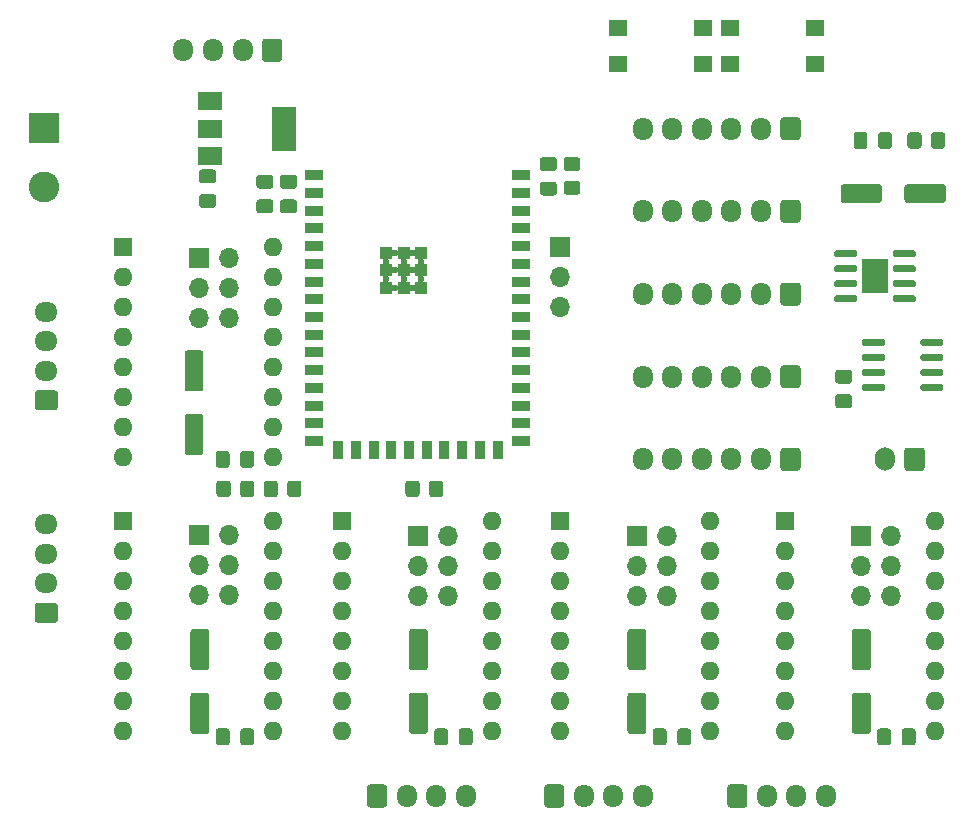
<source format=gts>
G04 #@! TF.GenerationSoftware,KiCad,Pcbnew,(5.1.9)-1*
G04 #@! TF.CreationDate,2021-08-10T13:47:58-05:00*
G04 #@! TF.ProjectId,DevMagneticEncoders,4465764d-6167-46e6-9574-6963456e636f,rev?*
G04 #@! TF.SameCoordinates,Original*
G04 #@! TF.FileFunction,Soldermask,Top*
G04 #@! TF.FilePolarity,Negative*
%FSLAX46Y46*%
G04 Gerber Fmt 4.6, Leading zero omitted, Abs format (unit mm)*
G04 Created by KiCad (PCBNEW (5.1.9)-1) date 2021-08-10 13:47:58*
%MOMM*%
%LPD*%
G01*
G04 APERTURE LIST*
%ADD10O,1.700000X1.950000*%
%ADD11R,2.290000X3.000000*%
%ADD12R,1.600000X1.400000*%
%ADD13O,1.700000X1.700000*%
%ADD14R,1.700000X1.700000*%
%ADD15O,1.700000X2.000000*%
%ADD16O,1.600000X1.600000*%
%ADD17R,1.600000X1.600000*%
%ADD18C,0.600000*%
%ADD19R,1.100000X1.100000*%
%ADD20R,1.500000X0.900000*%
%ADD21R,0.900000X1.500000*%
%ADD22R,2.000000X1.500000*%
%ADD23R,2.000000X3.800000*%
%ADD24O,1.950000X1.700000*%
%ADD25C,2.600000*%
%ADD26R,2.600000X2.600000*%
G04 APERTURE END LIST*
D10*
X78606000Y-55372000D03*
X81106000Y-55372000D03*
X83606000Y-55372000D03*
G36*
G01*
X86956000Y-54647000D02*
X86956000Y-56097000D01*
G75*
G02*
X86706000Y-56347000I-250000J0D01*
G01*
X85506000Y-56347000D01*
G75*
G02*
X85256000Y-56097000I0J250000D01*
G01*
X85256000Y-54647000D01*
G75*
G02*
X85506000Y-54397000I250000J0D01*
G01*
X86706000Y-54397000D01*
G75*
G02*
X86956000Y-54647000I0J-250000D01*
G01*
G37*
X117500000Y-62000000D03*
X120000000Y-62000000D03*
X122500000Y-62000000D03*
X125000000Y-62000000D03*
X127500000Y-62000000D03*
G36*
G01*
X130850000Y-61275000D02*
X130850000Y-62725000D01*
G75*
G02*
X130600000Y-62975000I-250000J0D01*
G01*
X129400000Y-62975000D01*
G75*
G02*
X129150000Y-62725000I0J250000D01*
G01*
X129150000Y-61275000D01*
G75*
G02*
X129400000Y-61025000I250000J0D01*
G01*
X130600000Y-61025000D01*
G75*
G02*
X130850000Y-61275000I0J-250000D01*
G01*
G37*
D11*
X137160000Y-74500000D03*
G36*
G01*
X138660000Y-72745000D02*
X138660000Y-72445000D01*
G75*
G02*
X138810000Y-72295000I150000J0D01*
G01*
X140460000Y-72295000D01*
G75*
G02*
X140610000Y-72445000I0J-150000D01*
G01*
X140610000Y-72745000D01*
G75*
G02*
X140460000Y-72895000I-150000J0D01*
G01*
X138810000Y-72895000D01*
G75*
G02*
X138660000Y-72745000I0J150000D01*
G01*
G37*
G36*
G01*
X138660000Y-74015000D02*
X138660000Y-73715000D01*
G75*
G02*
X138810000Y-73565000I150000J0D01*
G01*
X140460000Y-73565000D01*
G75*
G02*
X140610000Y-73715000I0J-150000D01*
G01*
X140610000Y-74015000D01*
G75*
G02*
X140460000Y-74165000I-150000J0D01*
G01*
X138810000Y-74165000D01*
G75*
G02*
X138660000Y-74015000I0J150000D01*
G01*
G37*
G36*
G01*
X138660000Y-75285000D02*
X138660000Y-74985000D01*
G75*
G02*
X138810000Y-74835000I150000J0D01*
G01*
X140460000Y-74835000D01*
G75*
G02*
X140610000Y-74985000I0J-150000D01*
G01*
X140610000Y-75285000D01*
G75*
G02*
X140460000Y-75435000I-150000J0D01*
G01*
X138810000Y-75435000D01*
G75*
G02*
X138660000Y-75285000I0J150000D01*
G01*
G37*
G36*
G01*
X138660000Y-76555000D02*
X138660000Y-76255000D01*
G75*
G02*
X138810000Y-76105000I150000J0D01*
G01*
X140460000Y-76105000D01*
G75*
G02*
X140610000Y-76255000I0J-150000D01*
G01*
X140610000Y-76555000D01*
G75*
G02*
X140460000Y-76705000I-150000J0D01*
G01*
X138810000Y-76705000D01*
G75*
G02*
X138660000Y-76555000I0J150000D01*
G01*
G37*
G36*
G01*
X133710000Y-76555000D02*
X133710000Y-76255000D01*
G75*
G02*
X133860000Y-76105000I150000J0D01*
G01*
X135510000Y-76105000D01*
G75*
G02*
X135660000Y-76255000I0J-150000D01*
G01*
X135660000Y-76555000D01*
G75*
G02*
X135510000Y-76705000I-150000J0D01*
G01*
X133860000Y-76705000D01*
G75*
G02*
X133710000Y-76555000I0J150000D01*
G01*
G37*
G36*
G01*
X133710000Y-75285000D02*
X133710000Y-74985000D01*
G75*
G02*
X133860000Y-74835000I150000J0D01*
G01*
X135510000Y-74835000D01*
G75*
G02*
X135660000Y-74985000I0J-150000D01*
G01*
X135660000Y-75285000D01*
G75*
G02*
X135510000Y-75435000I-150000J0D01*
G01*
X133860000Y-75435000D01*
G75*
G02*
X133710000Y-75285000I0J150000D01*
G01*
G37*
G36*
G01*
X133710000Y-74015000D02*
X133710000Y-73715000D01*
G75*
G02*
X133860000Y-73565000I150000J0D01*
G01*
X135510000Y-73565000D01*
G75*
G02*
X135660000Y-73715000I0J-150000D01*
G01*
X135660000Y-74015000D01*
G75*
G02*
X135510000Y-74165000I-150000J0D01*
G01*
X133860000Y-74165000D01*
G75*
G02*
X133710000Y-74015000I0J150000D01*
G01*
G37*
G36*
G01*
X133710000Y-72745000D02*
X133710000Y-72445000D01*
G75*
G02*
X133860000Y-72295000I150000J0D01*
G01*
X135510000Y-72295000D01*
G75*
G02*
X135660000Y-72445000I0J-150000D01*
G01*
X135660000Y-72745000D01*
G75*
G02*
X135510000Y-72895000I-150000J0D01*
G01*
X133860000Y-72895000D01*
G75*
G02*
X133710000Y-72745000I0J150000D01*
G01*
G37*
G36*
G01*
X141000000Y-80245000D02*
X141000000Y-79945000D01*
G75*
G02*
X141150000Y-79795000I150000J0D01*
G01*
X142800000Y-79795000D01*
G75*
G02*
X142950000Y-79945000I0J-150000D01*
G01*
X142950000Y-80245000D01*
G75*
G02*
X142800000Y-80395000I-150000J0D01*
G01*
X141150000Y-80395000D01*
G75*
G02*
X141000000Y-80245000I0J150000D01*
G01*
G37*
G36*
G01*
X141000000Y-81515000D02*
X141000000Y-81215000D01*
G75*
G02*
X141150000Y-81065000I150000J0D01*
G01*
X142800000Y-81065000D01*
G75*
G02*
X142950000Y-81215000I0J-150000D01*
G01*
X142950000Y-81515000D01*
G75*
G02*
X142800000Y-81665000I-150000J0D01*
G01*
X141150000Y-81665000D01*
G75*
G02*
X141000000Y-81515000I0J150000D01*
G01*
G37*
G36*
G01*
X141000000Y-82785000D02*
X141000000Y-82485000D01*
G75*
G02*
X141150000Y-82335000I150000J0D01*
G01*
X142800000Y-82335000D01*
G75*
G02*
X142950000Y-82485000I0J-150000D01*
G01*
X142950000Y-82785000D01*
G75*
G02*
X142800000Y-82935000I-150000J0D01*
G01*
X141150000Y-82935000D01*
G75*
G02*
X141000000Y-82785000I0J150000D01*
G01*
G37*
G36*
G01*
X141000000Y-84055000D02*
X141000000Y-83755000D01*
G75*
G02*
X141150000Y-83605000I150000J0D01*
G01*
X142800000Y-83605000D01*
G75*
G02*
X142950000Y-83755000I0J-150000D01*
G01*
X142950000Y-84055000D01*
G75*
G02*
X142800000Y-84205000I-150000J0D01*
G01*
X141150000Y-84205000D01*
G75*
G02*
X141000000Y-84055000I0J150000D01*
G01*
G37*
G36*
G01*
X136050000Y-84055000D02*
X136050000Y-83755000D01*
G75*
G02*
X136200000Y-83605000I150000J0D01*
G01*
X137850000Y-83605000D01*
G75*
G02*
X138000000Y-83755000I0J-150000D01*
G01*
X138000000Y-84055000D01*
G75*
G02*
X137850000Y-84205000I-150000J0D01*
G01*
X136200000Y-84205000D01*
G75*
G02*
X136050000Y-84055000I0J150000D01*
G01*
G37*
G36*
G01*
X136050000Y-82785000D02*
X136050000Y-82485000D01*
G75*
G02*
X136200000Y-82335000I150000J0D01*
G01*
X137850000Y-82335000D01*
G75*
G02*
X138000000Y-82485000I0J-150000D01*
G01*
X138000000Y-82785000D01*
G75*
G02*
X137850000Y-82935000I-150000J0D01*
G01*
X136200000Y-82935000D01*
G75*
G02*
X136050000Y-82785000I0J150000D01*
G01*
G37*
G36*
G01*
X136050000Y-81515000D02*
X136050000Y-81215000D01*
G75*
G02*
X136200000Y-81065000I150000J0D01*
G01*
X137850000Y-81065000D01*
G75*
G02*
X138000000Y-81215000I0J-150000D01*
G01*
X138000000Y-81515000D01*
G75*
G02*
X137850000Y-81665000I-150000J0D01*
G01*
X136200000Y-81665000D01*
G75*
G02*
X136050000Y-81515000I0J150000D01*
G01*
G37*
G36*
G01*
X136050000Y-80245000D02*
X136050000Y-79945000D01*
G75*
G02*
X136200000Y-79795000I150000J0D01*
G01*
X137850000Y-79795000D01*
G75*
G02*
X138000000Y-79945000I0J-150000D01*
G01*
X138000000Y-80245000D01*
G75*
G02*
X137850000Y-80395000I-150000J0D01*
G01*
X136200000Y-80395000D01*
G75*
G02*
X136050000Y-80245000I0J150000D01*
G01*
G37*
D12*
X124900000Y-56500000D03*
X132100000Y-56500000D03*
X132100000Y-53500000D03*
X124900000Y-53500000D03*
X115400000Y-56500000D03*
X122600000Y-56500000D03*
X122600000Y-53500000D03*
X115400000Y-53500000D03*
G36*
G01*
X141900000Y-63450001D02*
X141900000Y-62549999D01*
G75*
G02*
X142149999Y-62300000I249999J0D01*
G01*
X142850001Y-62300000D01*
G75*
G02*
X143100000Y-62549999I0J-249999D01*
G01*
X143100000Y-63450001D01*
G75*
G02*
X142850001Y-63700000I-249999J0D01*
G01*
X142149999Y-63700000D01*
G75*
G02*
X141900000Y-63450001I0J249999D01*
G01*
G37*
G36*
G01*
X139900000Y-63450001D02*
X139900000Y-62549999D01*
G75*
G02*
X140149999Y-62300000I249999J0D01*
G01*
X140850001Y-62300000D01*
G75*
G02*
X141100000Y-62549999I0J-249999D01*
G01*
X141100000Y-63450001D01*
G75*
G02*
X140850001Y-63700000I-249999J0D01*
G01*
X140149999Y-63700000D01*
G75*
G02*
X139900000Y-63450001I0J249999D01*
G01*
G37*
D10*
X133000000Y-118500000D03*
X130500000Y-118500000D03*
X128000000Y-118500000D03*
G36*
G01*
X124650000Y-119225000D02*
X124650000Y-117775000D01*
G75*
G02*
X124900000Y-117525000I250000J0D01*
G01*
X126100000Y-117525000D01*
G75*
G02*
X126350000Y-117775000I0J-250000D01*
G01*
X126350000Y-119225000D01*
G75*
G02*
X126100000Y-119475000I-250000J0D01*
G01*
X124900000Y-119475000D01*
G75*
G02*
X124650000Y-119225000I0J250000D01*
G01*
G37*
X117500000Y-118500000D03*
X115000000Y-118500000D03*
X112500000Y-118500000D03*
G36*
G01*
X109150000Y-119225000D02*
X109150000Y-117775000D01*
G75*
G02*
X109400000Y-117525000I250000J0D01*
G01*
X110600000Y-117525000D01*
G75*
G02*
X110850000Y-117775000I0J-250000D01*
G01*
X110850000Y-119225000D01*
G75*
G02*
X110600000Y-119475000I-250000J0D01*
G01*
X109400000Y-119475000D01*
G75*
G02*
X109150000Y-119225000I0J250000D01*
G01*
G37*
X102500000Y-118500000D03*
X100000000Y-118500000D03*
X97500000Y-118500000D03*
G36*
G01*
X94150000Y-119225000D02*
X94150000Y-117775000D01*
G75*
G02*
X94400000Y-117525000I250000J0D01*
G01*
X95600000Y-117525000D01*
G75*
G02*
X95850000Y-117775000I0J-250000D01*
G01*
X95850000Y-119225000D01*
G75*
G02*
X95600000Y-119475000I-250000J0D01*
G01*
X94400000Y-119475000D01*
G75*
G02*
X94150000Y-119225000I0J250000D01*
G01*
G37*
D13*
X138540000Y-101580000D03*
X136000000Y-101580000D03*
X138540000Y-99040000D03*
X136000000Y-99040000D03*
X138540000Y-96500000D03*
D14*
X136000000Y-96500000D03*
D13*
X119540000Y-101580000D03*
X117000000Y-101580000D03*
X119540000Y-99040000D03*
X117000000Y-99040000D03*
X119540000Y-96500000D03*
D14*
X117000000Y-96500000D03*
D13*
X101040000Y-101580000D03*
X98500000Y-101580000D03*
X101040000Y-99040000D03*
X98500000Y-99040000D03*
X101040000Y-96500000D03*
D14*
X98500000Y-96500000D03*
D10*
X117500000Y-90000000D03*
X120000000Y-90000000D03*
X122500000Y-90000000D03*
X125000000Y-90000000D03*
X127500000Y-90000000D03*
G36*
G01*
X130850000Y-89275000D02*
X130850000Y-90725000D01*
G75*
G02*
X130600000Y-90975000I-250000J0D01*
G01*
X129400000Y-90975000D01*
G75*
G02*
X129150000Y-90725000I0J250000D01*
G01*
X129150000Y-89275000D01*
G75*
G02*
X129400000Y-89025000I250000J0D01*
G01*
X130600000Y-89025000D01*
G75*
G02*
X130850000Y-89275000I0J-250000D01*
G01*
G37*
X117500000Y-83000000D03*
X120000000Y-83000000D03*
X122500000Y-83000000D03*
X125000000Y-83000000D03*
X127500000Y-83000000D03*
G36*
G01*
X130850000Y-82275000D02*
X130850000Y-83725000D01*
G75*
G02*
X130600000Y-83975000I-250000J0D01*
G01*
X129400000Y-83975000D01*
G75*
G02*
X129150000Y-83725000I0J250000D01*
G01*
X129150000Y-82275000D01*
G75*
G02*
X129400000Y-82025000I250000J0D01*
G01*
X130600000Y-82025000D01*
G75*
G02*
X130850000Y-82275000I0J-250000D01*
G01*
G37*
X117500000Y-76000000D03*
X120000000Y-76000000D03*
X122500000Y-76000000D03*
X125000000Y-76000000D03*
X127500000Y-76000000D03*
G36*
G01*
X130850000Y-75275000D02*
X130850000Y-76725000D01*
G75*
G02*
X130600000Y-76975000I-250000J0D01*
G01*
X129400000Y-76975000D01*
G75*
G02*
X129150000Y-76725000I0J250000D01*
G01*
X129150000Y-75275000D01*
G75*
G02*
X129400000Y-75025000I250000J0D01*
G01*
X130600000Y-75025000D01*
G75*
G02*
X130850000Y-75275000I0J-250000D01*
G01*
G37*
D15*
X138000000Y-90000000D03*
G36*
G01*
X141350000Y-89250000D02*
X141350000Y-90750000D01*
G75*
G02*
X141100000Y-91000000I-250000J0D01*
G01*
X139900000Y-91000000D01*
G75*
G02*
X139650000Y-90750000I0J250000D01*
G01*
X139650000Y-89250000D01*
G75*
G02*
X139900000Y-89000000I250000J0D01*
G01*
X141100000Y-89000000D01*
G75*
G02*
X141350000Y-89250000I0J-250000D01*
G01*
G37*
D13*
X110500000Y-77080000D03*
X110500000Y-74540000D03*
D14*
X110500000Y-72000000D03*
G36*
G01*
X139412500Y-113975000D02*
X139412500Y-113025000D01*
G75*
G02*
X139662500Y-112775000I250000J0D01*
G01*
X140337500Y-112775000D01*
G75*
G02*
X140587500Y-113025000I0J-250000D01*
G01*
X140587500Y-113975000D01*
G75*
G02*
X140337500Y-114225000I-250000J0D01*
G01*
X139662500Y-114225000D01*
G75*
G02*
X139412500Y-113975000I0J250000D01*
G01*
G37*
G36*
G01*
X137337500Y-113975000D02*
X137337500Y-113025000D01*
G75*
G02*
X137587500Y-112775000I250000J0D01*
G01*
X138262500Y-112775000D01*
G75*
G02*
X138512500Y-113025000I0J-250000D01*
G01*
X138512500Y-113975000D01*
G75*
G02*
X138262500Y-114225000I-250000J0D01*
G01*
X137587500Y-114225000D01*
G75*
G02*
X137337500Y-113975000I0J250000D01*
G01*
G37*
G36*
G01*
X120412500Y-113975000D02*
X120412500Y-113025000D01*
G75*
G02*
X120662500Y-112775000I250000J0D01*
G01*
X121337500Y-112775000D01*
G75*
G02*
X121587500Y-113025000I0J-250000D01*
G01*
X121587500Y-113975000D01*
G75*
G02*
X121337500Y-114225000I-250000J0D01*
G01*
X120662500Y-114225000D01*
G75*
G02*
X120412500Y-113975000I0J250000D01*
G01*
G37*
G36*
G01*
X118337500Y-113975000D02*
X118337500Y-113025000D01*
G75*
G02*
X118587500Y-112775000I250000J0D01*
G01*
X119262500Y-112775000D01*
G75*
G02*
X119512500Y-113025000I0J-250000D01*
G01*
X119512500Y-113975000D01*
G75*
G02*
X119262500Y-114225000I-250000J0D01*
G01*
X118587500Y-114225000D01*
G75*
G02*
X118337500Y-113975000I0J250000D01*
G01*
G37*
G36*
G01*
X101912500Y-113975000D02*
X101912500Y-113025000D01*
G75*
G02*
X102162500Y-112775000I250000J0D01*
G01*
X102837500Y-112775000D01*
G75*
G02*
X103087500Y-113025000I0J-250000D01*
G01*
X103087500Y-113975000D01*
G75*
G02*
X102837500Y-114225000I-250000J0D01*
G01*
X102162500Y-114225000D01*
G75*
G02*
X101912500Y-113975000I0J250000D01*
G01*
G37*
G36*
G01*
X99837500Y-113975000D02*
X99837500Y-113025000D01*
G75*
G02*
X100087500Y-112775000I250000J0D01*
G01*
X100762500Y-112775000D01*
G75*
G02*
X101012500Y-113025000I0J-250000D01*
G01*
X101012500Y-113975000D01*
G75*
G02*
X100762500Y-114225000I-250000J0D01*
G01*
X100087500Y-114225000D01*
G75*
G02*
X99837500Y-113975000I0J250000D01*
G01*
G37*
G36*
G01*
X136550000Y-107850000D02*
X135450000Y-107850000D01*
G75*
G02*
X135200000Y-107600000I0J250000D01*
G01*
X135200000Y-104600000D01*
G75*
G02*
X135450000Y-104350000I250000J0D01*
G01*
X136550000Y-104350000D01*
G75*
G02*
X136800000Y-104600000I0J-250000D01*
G01*
X136800000Y-107600000D01*
G75*
G02*
X136550000Y-107850000I-250000J0D01*
G01*
G37*
G36*
G01*
X136550000Y-113250000D02*
X135450000Y-113250000D01*
G75*
G02*
X135200000Y-113000000I0J250000D01*
G01*
X135200000Y-110000000D01*
G75*
G02*
X135450000Y-109750000I250000J0D01*
G01*
X136550000Y-109750000D01*
G75*
G02*
X136800000Y-110000000I0J-250000D01*
G01*
X136800000Y-113000000D01*
G75*
G02*
X136550000Y-113250000I-250000J0D01*
G01*
G37*
G36*
G01*
X117550000Y-107850000D02*
X116450000Y-107850000D01*
G75*
G02*
X116200000Y-107600000I0J250000D01*
G01*
X116200000Y-104600000D01*
G75*
G02*
X116450000Y-104350000I250000J0D01*
G01*
X117550000Y-104350000D01*
G75*
G02*
X117800000Y-104600000I0J-250000D01*
G01*
X117800000Y-107600000D01*
G75*
G02*
X117550000Y-107850000I-250000J0D01*
G01*
G37*
G36*
G01*
X117550000Y-113250000D02*
X116450000Y-113250000D01*
G75*
G02*
X116200000Y-113000000I0J250000D01*
G01*
X116200000Y-110000000D01*
G75*
G02*
X116450000Y-109750000I250000J0D01*
G01*
X117550000Y-109750000D01*
G75*
G02*
X117800000Y-110000000I0J-250000D01*
G01*
X117800000Y-113000000D01*
G75*
G02*
X117550000Y-113250000I-250000J0D01*
G01*
G37*
G36*
G01*
X99050000Y-107850000D02*
X97950000Y-107850000D01*
G75*
G02*
X97700000Y-107600000I0J250000D01*
G01*
X97700000Y-104600000D01*
G75*
G02*
X97950000Y-104350000I250000J0D01*
G01*
X99050000Y-104350000D01*
G75*
G02*
X99300000Y-104600000I0J-250000D01*
G01*
X99300000Y-107600000D01*
G75*
G02*
X99050000Y-107850000I-250000J0D01*
G01*
G37*
G36*
G01*
X99050000Y-113250000D02*
X97950000Y-113250000D01*
G75*
G02*
X97700000Y-113000000I0J250000D01*
G01*
X97700000Y-110000000D01*
G75*
G02*
X97950000Y-109750000I250000J0D01*
G01*
X99050000Y-109750000D01*
G75*
G02*
X99300000Y-110000000I0J-250000D01*
G01*
X99300000Y-113000000D01*
G75*
G02*
X99050000Y-113250000I-250000J0D01*
G01*
G37*
G36*
G01*
X139650000Y-68050000D02*
X139650000Y-66950000D01*
G75*
G02*
X139900000Y-66700000I250000J0D01*
G01*
X142900000Y-66700000D01*
G75*
G02*
X143150000Y-66950000I0J-250000D01*
G01*
X143150000Y-68050000D01*
G75*
G02*
X142900000Y-68300000I-250000J0D01*
G01*
X139900000Y-68300000D01*
G75*
G02*
X139650000Y-68050000I0J250000D01*
G01*
G37*
G36*
G01*
X134250000Y-68050000D02*
X134250000Y-66950000D01*
G75*
G02*
X134500000Y-66700000I250000J0D01*
G01*
X137500000Y-66700000D01*
G75*
G02*
X137750000Y-66950000I0J-250000D01*
G01*
X137750000Y-68050000D01*
G75*
G02*
X137500000Y-68300000I-250000J0D01*
G01*
X134500000Y-68300000D01*
G75*
G02*
X134250000Y-68050000I0J250000D01*
G01*
G37*
G36*
G01*
X137412500Y-63475000D02*
X137412500Y-62525000D01*
G75*
G02*
X137662500Y-62275000I250000J0D01*
G01*
X138337500Y-62275000D01*
G75*
G02*
X138587500Y-62525000I0J-250000D01*
G01*
X138587500Y-63475000D01*
G75*
G02*
X138337500Y-63725000I-250000J0D01*
G01*
X137662500Y-63725000D01*
G75*
G02*
X137412500Y-63475000I0J250000D01*
G01*
G37*
G36*
G01*
X135337500Y-63475000D02*
X135337500Y-62525000D01*
G75*
G02*
X135587500Y-62275000I250000J0D01*
G01*
X136262500Y-62275000D01*
G75*
G02*
X136512500Y-62525000I0J-250000D01*
G01*
X136512500Y-63475000D01*
G75*
G02*
X136262500Y-63725000I-250000J0D01*
G01*
X135587500Y-63725000D01*
G75*
G02*
X135337500Y-63475000I0J250000D01*
G01*
G37*
G36*
G01*
X134025000Y-84487500D02*
X134975000Y-84487500D01*
G75*
G02*
X135225000Y-84737500I0J-250000D01*
G01*
X135225000Y-85412500D01*
G75*
G02*
X134975000Y-85662500I-250000J0D01*
G01*
X134025000Y-85662500D01*
G75*
G02*
X133775000Y-85412500I0J250000D01*
G01*
X133775000Y-84737500D01*
G75*
G02*
X134025000Y-84487500I250000J0D01*
G01*
G37*
G36*
G01*
X134025000Y-82412500D02*
X134975000Y-82412500D01*
G75*
G02*
X135225000Y-82662500I0J-250000D01*
G01*
X135225000Y-83337500D01*
G75*
G02*
X134975000Y-83587500I-250000J0D01*
G01*
X134025000Y-83587500D01*
G75*
G02*
X133775000Y-83337500I0J250000D01*
G01*
X133775000Y-82662500D01*
G75*
G02*
X134025000Y-82412500I250000J0D01*
G01*
G37*
G36*
G01*
X83412500Y-90475000D02*
X83412500Y-89525000D01*
G75*
G02*
X83662500Y-89275000I250000J0D01*
G01*
X84337500Y-89275000D01*
G75*
G02*
X84587500Y-89525000I0J-250000D01*
G01*
X84587500Y-90475000D01*
G75*
G02*
X84337500Y-90725000I-250000J0D01*
G01*
X83662500Y-90725000D01*
G75*
G02*
X83412500Y-90475000I0J250000D01*
G01*
G37*
G36*
G01*
X81337500Y-90475000D02*
X81337500Y-89525000D01*
G75*
G02*
X81587500Y-89275000I250000J0D01*
G01*
X82262500Y-89275000D01*
G75*
G02*
X82512500Y-89525000I0J-250000D01*
G01*
X82512500Y-90475000D01*
G75*
G02*
X82262500Y-90725000I-250000J0D01*
G01*
X81587500Y-90725000D01*
G75*
G02*
X81337500Y-90475000I0J250000D01*
G01*
G37*
G36*
G01*
X83412500Y-113975000D02*
X83412500Y-113025000D01*
G75*
G02*
X83662500Y-112775000I250000J0D01*
G01*
X84337500Y-112775000D01*
G75*
G02*
X84587500Y-113025000I0J-250000D01*
G01*
X84587500Y-113975000D01*
G75*
G02*
X84337500Y-114225000I-250000J0D01*
G01*
X83662500Y-114225000D01*
G75*
G02*
X83412500Y-113975000I0J250000D01*
G01*
G37*
G36*
G01*
X81337500Y-113975000D02*
X81337500Y-113025000D01*
G75*
G02*
X81587500Y-112775000I250000J0D01*
G01*
X82262500Y-112775000D01*
G75*
G02*
X82512500Y-113025000I0J-250000D01*
G01*
X82512500Y-113975000D01*
G75*
G02*
X82262500Y-114225000I-250000J0D01*
G01*
X81587500Y-114225000D01*
G75*
G02*
X81337500Y-113975000I0J250000D01*
G01*
G37*
D16*
X142200000Y-95220000D03*
X129500000Y-113000000D03*
X142200000Y-97760000D03*
X129500000Y-110460000D03*
X142200000Y-100300000D03*
X129500000Y-107920000D03*
X142200000Y-102840000D03*
X129500000Y-105380000D03*
X142200000Y-105380000D03*
X129500000Y-102840000D03*
X142200000Y-107920000D03*
X129500000Y-100300000D03*
X142200000Y-110460000D03*
X129500000Y-97760000D03*
X142200000Y-113000000D03*
D17*
X129500000Y-95220000D03*
D16*
X123200000Y-95220000D03*
X110500000Y-113000000D03*
X123200000Y-97760000D03*
X110500000Y-110460000D03*
X123200000Y-100300000D03*
X110500000Y-107920000D03*
X123200000Y-102840000D03*
X110500000Y-105380000D03*
X123200000Y-105380000D03*
X110500000Y-102840000D03*
X123200000Y-107920000D03*
X110500000Y-100300000D03*
X123200000Y-110460000D03*
X110500000Y-97760000D03*
X123200000Y-113000000D03*
D17*
X110500000Y-95220000D03*
D16*
X104700000Y-95220000D03*
X92000000Y-113000000D03*
X104700000Y-97760000D03*
X92000000Y-110460000D03*
X104700000Y-100300000D03*
X92000000Y-107920000D03*
X104700000Y-102840000D03*
X92000000Y-105380000D03*
X104700000Y-105380000D03*
X92000000Y-102840000D03*
X104700000Y-107920000D03*
X92000000Y-100300000D03*
X104700000Y-110460000D03*
X92000000Y-97760000D03*
X104700000Y-113000000D03*
D17*
X92000000Y-95220000D03*
D10*
X117500000Y-69000000D03*
X120000000Y-69000000D03*
X122500000Y-69000000D03*
X125000000Y-69000000D03*
X127500000Y-69000000D03*
G36*
G01*
X130850000Y-68275000D02*
X130850000Y-69725000D01*
G75*
G02*
X130600000Y-69975000I-250000J0D01*
G01*
X129400000Y-69975000D01*
G75*
G02*
X129150000Y-69725000I0J250000D01*
G01*
X129150000Y-68275000D01*
G75*
G02*
X129400000Y-68025000I250000J0D01*
G01*
X130600000Y-68025000D01*
G75*
G02*
X130850000Y-68275000I0J-250000D01*
G01*
G37*
D18*
X98000000Y-75500000D03*
X98750000Y-74750000D03*
X98750000Y-73250000D03*
X95750000Y-73250000D03*
X95750000Y-74750000D03*
X96500000Y-75500000D03*
X97300000Y-74750000D03*
X96500000Y-74000000D03*
X97300000Y-73250000D03*
X98000000Y-74000000D03*
X98000000Y-72500000D03*
X96500000Y-72500000D03*
D19*
X98760000Y-75500000D03*
X97260000Y-75500000D03*
X95760000Y-75500000D03*
X95760000Y-74000000D03*
X95760000Y-72500000D03*
X97260000Y-72500000D03*
X98760000Y-72500000D03*
X98760000Y-74000000D03*
X97260000Y-74000000D03*
D20*
X107200000Y-65950000D03*
X107200000Y-67450000D03*
X107200000Y-68950000D03*
X107200000Y-70450000D03*
X107200000Y-71950000D03*
X107200000Y-73450000D03*
X107200000Y-74950000D03*
X107200000Y-76450000D03*
X107200000Y-77950000D03*
X107200000Y-79450000D03*
X107200000Y-80950000D03*
X107200000Y-82450000D03*
X107200000Y-83950000D03*
X107200000Y-85450000D03*
X107200000Y-86950000D03*
X107200000Y-88450000D03*
D21*
X105200000Y-89200000D03*
X103700000Y-89200000D03*
X102200000Y-89200000D03*
X100700000Y-89200000D03*
X99200000Y-89200000D03*
X97700000Y-89200000D03*
X96200000Y-89200000D03*
X94700000Y-89200000D03*
X93200000Y-89200000D03*
X91700000Y-89200000D03*
D20*
X89700000Y-65950000D03*
X89700000Y-67450000D03*
X89700000Y-68950000D03*
X89700000Y-70450000D03*
X89700000Y-71950000D03*
X89700000Y-73450000D03*
X89700000Y-74950000D03*
X89700000Y-76450000D03*
X89700000Y-77950000D03*
X89700000Y-79450000D03*
X89700000Y-80950000D03*
X89700000Y-82450000D03*
X89700000Y-83950000D03*
X89700000Y-85450000D03*
X89700000Y-86950000D03*
X89700000Y-88450000D03*
D22*
X80850000Y-59700000D03*
X80850000Y-64300000D03*
X80850000Y-62000000D03*
D23*
X87150000Y-62000000D03*
G36*
G01*
X98600000Y-92049999D02*
X98600000Y-92950001D01*
G75*
G02*
X98350001Y-93200000I-249999J0D01*
G01*
X97649999Y-93200000D01*
G75*
G02*
X97400000Y-92950001I0J249999D01*
G01*
X97400000Y-92049999D01*
G75*
G02*
X97649999Y-91800000I249999J0D01*
G01*
X98350001Y-91800000D01*
G75*
G02*
X98600000Y-92049999I0J-249999D01*
G01*
G37*
G36*
G01*
X100600000Y-92049999D02*
X100600000Y-92950001D01*
G75*
G02*
X100350001Y-93200000I-249999J0D01*
G01*
X99649999Y-93200000D01*
G75*
G02*
X99400000Y-92950001I0J249999D01*
G01*
X99400000Y-92049999D01*
G75*
G02*
X99649999Y-91800000I249999J0D01*
G01*
X100350001Y-91800000D01*
G75*
G02*
X100600000Y-92049999I0J-249999D01*
G01*
G37*
G36*
G01*
X111049999Y-66400000D02*
X111950001Y-66400000D01*
G75*
G02*
X112200000Y-66649999I0J-249999D01*
G01*
X112200000Y-67350001D01*
G75*
G02*
X111950001Y-67600000I-249999J0D01*
G01*
X111049999Y-67600000D01*
G75*
G02*
X110800000Y-67350001I0J249999D01*
G01*
X110800000Y-66649999D01*
G75*
G02*
X111049999Y-66400000I249999J0D01*
G01*
G37*
G36*
G01*
X111049999Y-64400000D02*
X111950001Y-64400000D01*
G75*
G02*
X112200000Y-64649999I0J-249999D01*
G01*
X112200000Y-65350001D01*
G75*
G02*
X111950001Y-65600000I-249999J0D01*
G01*
X111049999Y-65600000D01*
G75*
G02*
X110800000Y-65350001I0J249999D01*
G01*
X110800000Y-64649999D01*
G75*
G02*
X111049999Y-64400000I249999J0D01*
G01*
G37*
G36*
G01*
X87400000Y-92950001D02*
X87400000Y-92049999D01*
G75*
G02*
X87649999Y-91800000I249999J0D01*
G01*
X88350001Y-91800000D01*
G75*
G02*
X88600000Y-92049999I0J-249999D01*
G01*
X88600000Y-92950001D01*
G75*
G02*
X88350001Y-93200000I-249999J0D01*
G01*
X87649999Y-93200000D01*
G75*
G02*
X87400000Y-92950001I0J249999D01*
G01*
G37*
G36*
G01*
X85400000Y-92950001D02*
X85400000Y-92049999D01*
G75*
G02*
X85649999Y-91800000I249999J0D01*
G01*
X86350001Y-91800000D01*
G75*
G02*
X86600000Y-92049999I0J-249999D01*
G01*
X86600000Y-92950001D01*
G75*
G02*
X86350001Y-93200000I-249999J0D01*
G01*
X85649999Y-93200000D01*
G75*
G02*
X85400000Y-92950001I0J249999D01*
G01*
G37*
G36*
G01*
X83400000Y-92950001D02*
X83400000Y-92049999D01*
G75*
G02*
X83649999Y-91800000I249999J0D01*
G01*
X84350001Y-91800000D01*
G75*
G02*
X84600000Y-92049999I0J-249999D01*
G01*
X84600000Y-92950001D01*
G75*
G02*
X84350001Y-93200000I-249999J0D01*
G01*
X83649999Y-93200000D01*
G75*
G02*
X83400000Y-92950001I0J249999D01*
G01*
G37*
G36*
G01*
X81400000Y-92950001D02*
X81400000Y-92049999D01*
G75*
G02*
X81649999Y-91800000I249999J0D01*
G01*
X82350001Y-91800000D01*
G75*
G02*
X82600000Y-92049999I0J-249999D01*
G01*
X82600000Y-92950001D01*
G75*
G02*
X82350001Y-93200000I-249999J0D01*
G01*
X81649999Y-93200000D01*
G75*
G02*
X81400000Y-92950001I0J249999D01*
G01*
G37*
D24*
X67000000Y-77500000D03*
X67000000Y-80000000D03*
X67000000Y-82500000D03*
G36*
G01*
X67725000Y-85850000D02*
X66275000Y-85850000D01*
G75*
G02*
X66025000Y-85600000I0J250000D01*
G01*
X66025000Y-84400000D01*
G75*
G02*
X66275000Y-84150000I250000J0D01*
G01*
X67725000Y-84150000D01*
G75*
G02*
X67975000Y-84400000I0J-250000D01*
G01*
X67975000Y-85600000D01*
G75*
G02*
X67725000Y-85850000I-250000J0D01*
G01*
G37*
X67000000Y-95500000D03*
X67000000Y-98000000D03*
X67000000Y-100500000D03*
G36*
G01*
X67725000Y-103850000D02*
X66275000Y-103850000D01*
G75*
G02*
X66025000Y-103600000I0J250000D01*
G01*
X66025000Y-102400000D01*
G75*
G02*
X66275000Y-102150000I250000J0D01*
G01*
X67725000Y-102150000D01*
G75*
G02*
X67975000Y-102400000I0J-250000D01*
G01*
X67975000Y-103600000D01*
G75*
G02*
X67725000Y-103850000I-250000J0D01*
G01*
G37*
D13*
X82500000Y-78000000D03*
X79960000Y-78000000D03*
X82500000Y-75460000D03*
X79960000Y-75460000D03*
X82500000Y-72920000D03*
D14*
X79960000Y-72920000D03*
D13*
X82500000Y-101500000D03*
X79960000Y-101500000D03*
X82500000Y-98960000D03*
X79960000Y-98960000D03*
X82500000Y-96420000D03*
D14*
X79960000Y-96420000D03*
D25*
X66802000Y-66976000D03*
D26*
X66802000Y-61976000D03*
G36*
G01*
X109975000Y-65587500D02*
X109025000Y-65587500D01*
G75*
G02*
X108775000Y-65337500I0J250000D01*
G01*
X108775000Y-64662500D01*
G75*
G02*
X109025000Y-64412500I250000J0D01*
G01*
X109975000Y-64412500D01*
G75*
G02*
X110225000Y-64662500I0J-250000D01*
G01*
X110225000Y-65337500D01*
G75*
G02*
X109975000Y-65587500I-250000J0D01*
G01*
G37*
G36*
G01*
X109975000Y-67662500D02*
X109025000Y-67662500D01*
G75*
G02*
X108775000Y-67412500I0J250000D01*
G01*
X108775000Y-66737500D01*
G75*
G02*
X109025000Y-66487500I250000J0D01*
G01*
X109975000Y-66487500D01*
G75*
G02*
X110225000Y-66737500I0J-250000D01*
G01*
X110225000Y-67412500D01*
G75*
G02*
X109975000Y-67662500I-250000J0D01*
G01*
G37*
G36*
G01*
X85975000Y-67087500D02*
X85025000Y-67087500D01*
G75*
G02*
X84775000Y-66837500I0J250000D01*
G01*
X84775000Y-66162500D01*
G75*
G02*
X85025000Y-65912500I250000J0D01*
G01*
X85975000Y-65912500D01*
G75*
G02*
X86225000Y-66162500I0J-250000D01*
G01*
X86225000Y-66837500D01*
G75*
G02*
X85975000Y-67087500I-250000J0D01*
G01*
G37*
G36*
G01*
X85975000Y-69162500D02*
X85025000Y-69162500D01*
G75*
G02*
X84775000Y-68912500I0J250000D01*
G01*
X84775000Y-68237500D01*
G75*
G02*
X85025000Y-67987500I250000J0D01*
G01*
X85975000Y-67987500D01*
G75*
G02*
X86225000Y-68237500I0J-250000D01*
G01*
X86225000Y-68912500D01*
G75*
G02*
X85975000Y-69162500I-250000J0D01*
G01*
G37*
G36*
G01*
X80050000Y-84250000D02*
X78950000Y-84250000D01*
G75*
G02*
X78700000Y-84000000I0J250000D01*
G01*
X78700000Y-81000000D01*
G75*
G02*
X78950000Y-80750000I250000J0D01*
G01*
X80050000Y-80750000D01*
G75*
G02*
X80300000Y-81000000I0J-250000D01*
G01*
X80300000Y-84000000D01*
G75*
G02*
X80050000Y-84250000I-250000J0D01*
G01*
G37*
G36*
G01*
X80050000Y-89650000D02*
X78950000Y-89650000D01*
G75*
G02*
X78700000Y-89400000I0J250000D01*
G01*
X78700000Y-86400000D01*
G75*
G02*
X78950000Y-86150000I250000J0D01*
G01*
X80050000Y-86150000D01*
G75*
G02*
X80300000Y-86400000I0J-250000D01*
G01*
X80300000Y-89400000D01*
G75*
G02*
X80050000Y-89650000I-250000J0D01*
G01*
G37*
G36*
G01*
X80550000Y-107850000D02*
X79450000Y-107850000D01*
G75*
G02*
X79200000Y-107600000I0J250000D01*
G01*
X79200000Y-104600000D01*
G75*
G02*
X79450000Y-104350000I250000J0D01*
G01*
X80550000Y-104350000D01*
G75*
G02*
X80800000Y-104600000I0J-250000D01*
G01*
X80800000Y-107600000D01*
G75*
G02*
X80550000Y-107850000I-250000J0D01*
G01*
G37*
G36*
G01*
X80550000Y-113250000D02*
X79450000Y-113250000D01*
G75*
G02*
X79200000Y-113000000I0J250000D01*
G01*
X79200000Y-110000000D01*
G75*
G02*
X79450000Y-109750000I250000J0D01*
G01*
X80550000Y-109750000D01*
G75*
G02*
X80800000Y-110000000I0J-250000D01*
G01*
X80800000Y-113000000D01*
G75*
G02*
X80550000Y-113250000I-250000J0D01*
G01*
G37*
G36*
G01*
X87975000Y-67087500D02*
X87025000Y-67087500D01*
G75*
G02*
X86775000Y-66837500I0J250000D01*
G01*
X86775000Y-66162500D01*
G75*
G02*
X87025000Y-65912500I250000J0D01*
G01*
X87975000Y-65912500D01*
G75*
G02*
X88225000Y-66162500I0J-250000D01*
G01*
X88225000Y-66837500D01*
G75*
G02*
X87975000Y-67087500I-250000J0D01*
G01*
G37*
G36*
G01*
X87975000Y-69162500D02*
X87025000Y-69162500D01*
G75*
G02*
X86775000Y-68912500I0J250000D01*
G01*
X86775000Y-68237500D01*
G75*
G02*
X87025000Y-67987500I250000J0D01*
G01*
X87975000Y-67987500D01*
G75*
G02*
X88225000Y-68237500I0J-250000D01*
G01*
X88225000Y-68912500D01*
G75*
G02*
X87975000Y-69162500I-250000J0D01*
G01*
G37*
G36*
G01*
X80170000Y-67527500D02*
X81120000Y-67527500D01*
G75*
G02*
X81370000Y-67777500I0J-250000D01*
G01*
X81370000Y-68452500D01*
G75*
G02*
X81120000Y-68702500I-250000J0D01*
G01*
X80170000Y-68702500D01*
G75*
G02*
X79920000Y-68452500I0J250000D01*
G01*
X79920000Y-67777500D01*
G75*
G02*
X80170000Y-67527500I250000J0D01*
G01*
G37*
G36*
G01*
X80170000Y-65452500D02*
X81120000Y-65452500D01*
G75*
G02*
X81370000Y-65702500I0J-250000D01*
G01*
X81370000Y-66377500D01*
G75*
G02*
X81120000Y-66627500I-250000J0D01*
G01*
X80170000Y-66627500D01*
G75*
G02*
X79920000Y-66377500I0J250000D01*
G01*
X79920000Y-65702500D01*
G75*
G02*
X80170000Y-65452500I250000J0D01*
G01*
G37*
D16*
X86200000Y-72000000D03*
X73500000Y-89780000D03*
X86200000Y-74540000D03*
X73500000Y-87240000D03*
X86200000Y-77080000D03*
X73500000Y-84700000D03*
X86200000Y-79620000D03*
X73500000Y-82160000D03*
X86200000Y-82160000D03*
X73500000Y-79620000D03*
X86200000Y-84700000D03*
X73500000Y-77080000D03*
X86200000Y-87240000D03*
X73500000Y-74540000D03*
X86200000Y-89780000D03*
D17*
X73500000Y-72000000D03*
D16*
X86200000Y-95220000D03*
X73500000Y-113000000D03*
X86200000Y-97760000D03*
X73500000Y-110460000D03*
X86200000Y-100300000D03*
X73500000Y-107920000D03*
X86200000Y-102840000D03*
X73500000Y-105380000D03*
X86200000Y-105380000D03*
X73500000Y-102840000D03*
X86200000Y-107920000D03*
X73500000Y-100300000D03*
X86200000Y-110460000D03*
X73500000Y-97760000D03*
X86200000Y-113000000D03*
D17*
X73500000Y-95220000D03*
M02*

</source>
